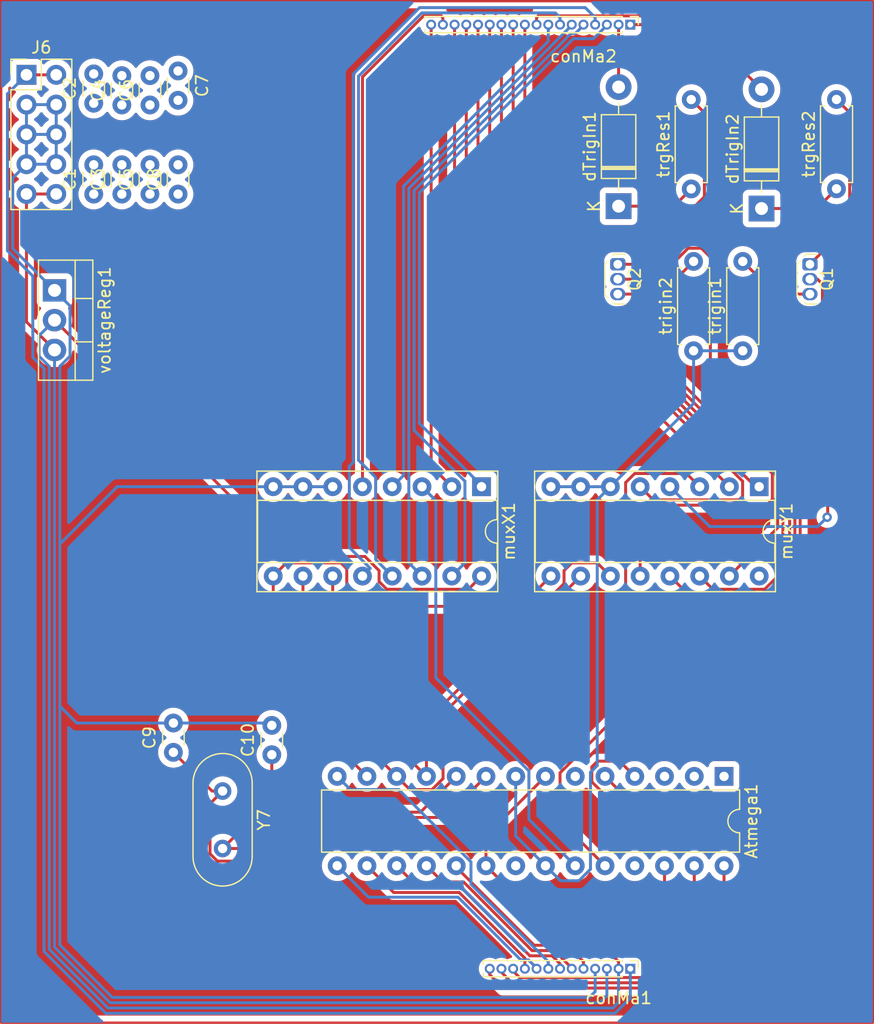
<source format=kicad_pcb>
(kicad_pcb (version 20211014) (generator pcbnew)
  (layers (0 "F.Cu" signal) (31 "B.Cu" signal) (34 "B.Paste" user) (35 "F.Paste" user) (36 "B.SilkS" user "B.Silkscreen") (37 "F.SilkS" user "F.Silkscreen") (38 "B.Mask" user) (39 "F.Mask" user) (44 "Edge.Cuts" user))
  (net 0 "")
  (footprint "Capacitor_THT:C_Disc_D3.0mm_W1.6mm_P2.50mm" (layer "F.Cu") (at 108 68.85 90)
    (fp_text reference "C8" (at 1.25 -2.05 90) (layer "F.SilkS"))
    (fp_text value "10u")
    (pad "1" thru_hole circle (at 0 0 90) (size 1.6 1.6) (drill 0.8) (layers *.Cu *.Mask))
    (pad "2" thru_hole circle (at 2.5 0 90) (size 1.6 1.6) (drill 0.8) (layers *.Cu *.Mask))
  )
  (footprint "Package_TO_SOT_THT:TO-92Flat" (layer "F.Cu") (at 145.53 74.835 -90)
    (fp_text reference "Q2" (at 1.27 -1.45 90) (layer "F.SilkS"))
    (fp_text value "Q_NPN_BCE")
    (pad "1" thru_hole roundrect (at 0 0 270) (size 1.05 1.3) (drill 0.75) (layers *.Cu *.Mask) (roundrect_rratio 0.238))
    (pad "2" thru_hole oval (at 1.27 0 270) (size 1.05 1.3) (drill 0.75) (layers *.Cu *.Mask))
    (pad "3" thru_hole oval (at 2.54 0 270) (size 1.05 1.3) (drill 0.75) (layers *.Cu *.Mask))
  )
  (footprint "Package_DIP:DIP-16_W7.62mm_Socket" (layer "F.Cu") (at 133.9 93.8 -90)
    (fp_text reference "muxX1" (at 3.81 -2.33 90) (layer "F.SilkS"))
    (fp_text value "74HC4051")
    (pad "1" thru_hole rect (at 0 0 270) (size 1.6 1.6) (drill 0.8) (layers *.Cu *.Mask))
    (pad "2" thru_hole oval (at 0 2.54 270) (size 1.6 1.6) (drill 0.8) (layers *.Cu *.Mask))
    (pad "3" thru_hole oval (at 0 5.08 270) (size 1.6 1.6) (drill 0.8) (layers *.Cu *.Mask))
    (pad "4" thru_hole oval (at 0 7.62 270) (size 1.6 1.6) (drill 0.8) (layers *.Cu *.Mask))
    (pad "5" thru_hole oval (at 0 10.16 270) (size 1.6 1.6) (drill 0.8) (layers *.Cu *.Mask))
    (pad "6" thru_hole oval (at 0 12.7 270) (size 1.6 1.6) (drill 0.8) (layers *.Cu *.Mask))
    (pad "7" thru_hole oval (at 0 15.24 270) (size 1.6 1.6) (drill 0.8) (layers *.Cu *.Mask))
    (pad "8" thru_hole oval (at 0 17.78 270) (size 1.6 1.6) (drill 0.8) (layers *.Cu *.Mask))
    (pad "9" thru_hole oval (at 7.62 17.78 270) (size 1.6 1.6) (drill 0.8) (layers *.Cu *.Mask))
    (pad "10" thru_hole oval (at 7.62 15.24 270) (size 1.6 1.6) (drill 0.8) (layers *.Cu *.Mask))
    (pad "11" thru_hole oval (at 7.62 12.7 270) (size 1.6 1.6) (drill 0.8) (layers *.Cu *.Mask))
    (pad "12" thru_hole oval (at 7.62 10.16 270) (size 1.6 1.6) (drill 0.8) (layers *.Cu *.Mask))
    (pad "13" thru_hole oval (at 7.62 7.62 270) (size 1.6 1.6) (drill 0.8) (layers *.Cu *.Mask))
    (pad "14" thru_hole oval (at 7.62 5.08 270) (size 1.6 1.6) (drill 0.8) (layers *.Cu *.Mask))
    (pad "15" thru_hole oval (at 7.62 2.54 270) (size 1.6 1.6) (drill 0.8) (layers *.Cu *.Mask))
    (pad "16" thru_hole oval (at 7.62 0 270) (size 1.6 1.6) (drill 0.8) (layers *.Cu *.Mask))
  )
  (footprint "Capacitor_THT:C_Disc_D3.0mm_W1.6mm_P2.50mm" (layer "F.Cu") (at 105.6 61.25 90)
    (fp_text reference "C6" (at 1.25 -2.05 90) (layer "F.SilkS"))
    (fp_text value ".1u")
    (pad "1" thru_hole circle (at 0 0 90) (size 1.6 1.6) (drill 0.8) (layers *.Cu *.Mask))
    (pad "2" thru_hole circle (at 2.5 0 90) (size 1.6 1.6) (drill 0.8) (layers *.Cu *.Mask))
  )
  (footprint "Capacitor_THT:C_Disc_D3.0mm_W1.6mm_P2.50mm" (layer "F.Cu") (at 107.6 116.45 90)
    (fp_text reference "C9" (at 1.25 -2.05 90) (layer "F.SilkS"))
    (fp_text value "22pf")
    (pad "1" thru_hole circle (at 0 0 90) (size 1.6 1.6) (drill 0.8) (layers *.Cu *.Mask))
    (pad "2" thru_hole circle (at 2.5 0 90) (size 1.6 1.6) (drill 0.8) (layers *.Cu *.Mask))
  )
  (footprint "Capacitor_THT:C_Disc_D3.0mm_W1.6mm_P2.50mm" (layer "F.Cu") (at 100.8 61.1 90)
    (fp_text reference "C2" (at 1.25 -2.05 90) (layer "F.SilkS"))
    (fp_text value ".1u")
    (pad "1" thru_hole circle (at 0 0 90) (size 1.6 1.6) (drill 0.8) (layers *.Cu *.Mask))
    (pad "2" thru_hole circle (at 2.5 0 90) (size 1.6 1.6) (drill 0.8) (layers *.Cu *.Mask))
  )
  (footprint "Package_DIP:DIP-28_W7.62mm" (layer "F.Cu") (at 154.6 118.5 -90)
    (fp_text reference "Atmega1" (at 3.81 -2.33 90) (layer "F.SilkS"))
    (fp_text value "ATmega328-P")
    (pad "1" thru_hole rect (at 0 0 270) (size 1.6 1.6) (drill 0.8) (layers *.Cu *.Mask))
    (pad "2" thru_hole oval (at 0 2.54 270) (size 1.6 1.6) (drill 0.8) (layers *.Cu *.Mask))
    (pad "3" thru_hole oval (at 0 5.08 270) (size 1.6 1.6) (drill 0.8) (layers *.Cu *.Mask))
    (pad "4" thru_hole oval (at 0 7.62 270) (size 1.6 1.6) (drill 0.8) (layers *.Cu *.Mask))
    (pad "5" thru_hole oval (at 0 10.16 270) (size 1.6 1.6) (drill 0.8) (layers *.Cu *.Mask))
    (pad "6" thru_hole oval (at 0 12.7 270) (size 1.6 1.6) (drill 0.8) (layers *.Cu *.Mask))
    (pad "7" thru_hole oval (at 0 15.24 270) (size 1.6 1.6) (drill 0.8) (layers *.Cu *.Mask))
    (pad "8" thru_hole oval (at 0 17.78 270) (size 1.6 1.6) (drill 0.8) (layers *.Cu *.Mask))
    (pad "9" thru_hole oval (at 0 20.32 270) (size 1.6 1.6) (drill 0.8) (layers *.Cu *.Mask))
    (pad "10" thru_hole oval (at 0 22.86 270) (size 1.6 1.6) (drill 0.8) (layers *.Cu *.Mask))
    (pad "11" thru_hole oval (at 0 25.4 270) (size 1.6 1.6) (drill 0.8) (layers *.Cu *.Mask))
    (pad "12" thru_hole oval (at 0 27.94 270) (size 1.6 1.6) (drill 0.8) (layers *.Cu *.Mask))
    (pad "13" thru_hole oval (at 0 30.48 270) (size 1.6 1.6) (drill 0.8) (layers *.Cu *.Mask))
    (pad "14" thru_hole oval (at 0 33.02 270) (size 1.6 1.6) (drill 0.8) (layers *.Cu *.Mask))
    (pad "15" thru_hole oval (at 7.62 33.02 270) (size 1.6 1.6) (drill 0.8) (layers *.Cu *.Mask))
    (pad "16" thru_hole oval (at 7.62 30.48 270) (size 1.6 1.6) (drill 0.8) (layers *.Cu *.Mask))
    (pad "17" thru_hole oval (at 7.62 27.94 270) (size 1.6 1.6) (drill 0.8) (layers *.Cu *.Mask))
    (pad "18" thru_hole oval (at 7.62 25.4 270) (size 1.6 1.6) (drill 0.8) (layers *.Cu *.Mask))
    (pad "19" thru_hole oval (at 7.62 22.86 270) (size 1.6 1.6) (drill 0.8) (layers *.Cu *.Mask))
    (pad "20" thru_hole oval (at 7.62 20.32 270) (size 1.6 1.6) (drill 0.8) (layers *.Cu *.Mask))
    (pad "21" thru_hole oval (at 7.62 17.78 270) (size 1.6 1.6) (drill 0.8) (layers *.Cu *.Mask))
    (pad "22" thru_hole oval (at 7.62 15.24 270) (size 1.6 1.6) (drill 0.8) (layers *.Cu *.Mask))
    (pad "23" thru_hole oval (at 7.62 12.7 270) (size 1.6 1.6) (drill 0.8) (layers *.Cu *.Mask))
    (pad "24" thru_hole oval (at 7.62 10.16 270) (size 1.6 1.6) (drill 0.8) (layers *.Cu *.Mask))
    (pad "25" thru_hole oval (at 7.62 7.62 270) (size 1.6 1.6) (drill 0.8) (layers *.Cu *.Mask))
    (pad "26" thru_hole oval (at 7.62 5.08 270) (size 1.6 1.6) (drill 0.8) (layers *.Cu *.Mask))
    (pad "27" thru_hole oval (at 7.62 2.54 270) (size 1.6 1.6) (drill 0.8) (layers *.Cu *.Mask))
    (pad "28" thru_hole oval (at 7.62 0 270) (size 1.6 1.6) (drill 0.8) (layers *.Cu *.Mask))
  )
  (footprint "Resistor_THT:R_Axial_DIN0207_L6.3mm_D2.5mm_P7.62mm_Horizontal" (layer "F.Cu") (at 151.8 68.41 90)
    (fp_text reference "trgRes1" (at 3.81 -2.37 90) (layer "F.SilkS"))
    (fp_text value "10k")
    (pad "1" thru_hole circle (at 0 0 90) (size 1.6 1.6) (drill 0.8) (layers *.Cu *.Mask))
    (pad "2" thru_hole oval (at 7.62 0 90) (size 1.6 1.6) (drill 0.8) (layers *.Cu *.Mask))
  )
  (footprint "Capacitor_THT:C_Disc_D3.0mm_W1.6mm_P2.50mm" (layer "F.Cu") (at 100.8 68.85 90)
    (fp_text reference "C1" (at 1.25 -2.05 90) (layer "F.SilkS"))
    (fp_text value ".1u")
    (pad "1" thru_hole circle (at 0 0 90) (size 1.6 1.6) (drill 0.8) (layers *.Cu *.Mask))
    (pad "2" thru_hole circle (at 2.5 0 90) (size 1.6 1.6) (drill 0.8) (layers *.Cu *.Mask))
  )
  (footprint "Package_TO_SOT_THT:TO-220-3_Vertical" (layer "F.Cu") (at 97.455 77.06 -90)
    (fp_text reference "voltageReg1" (at 2.54 -4.27 90) (layer "F.SilkS"))
    (fp_text value "LM1084-3.3")
    (pad "1" thru_hole rect (at 0 0 270) (size 1.905 2) (drill 1.1) (layers *.Cu *.Mask))
    (pad "2" thru_hole oval (at 2.54 0 270) (size 1.905 2) (drill 1.1) (layers *.Cu *.Mask))
    (pad "3" thru_hole oval (at 5.08 0 270) (size 1.905 2) (drill 1.1) (layers *.Cu *.Mask))
  )
  (footprint "Capacitor_THT:C_Disc_D3.0mm_W1.6mm_P2.50mm" (layer "F.Cu") (at 108 58.35 -90)
    (fp_text reference "C7" (at 1.25 -2.05 90) (layer "F.SilkS"))
    (fp_text value "10u")
    (pad "1" thru_hole circle (at 0 0 270) (size 1.6 1.6) (drill 0.8) (layers *.Cu *.Mask))
    (pad "2" thru_hole circle (at 2.5 0 270) (size 1.6 1.6) (drill 0.8) (layers *.Cu *.Mask))
  )
  (footprint "Capacitor_THT:C_Disc_D3.0mm_W1.6mm_P2.50mm" (layer "F.Cu") (at 103.2 68.85 90)
    (fp_text reference "C3" (at 1.25 -2.05 90) (layer "F.SilkS"))
    (fp_text value ".1u")
    (pad "1" thru_hole circle (at 0 0 90) (size 1.6 1.6) (drill 0.8) (layers *.Cu *.Mask))
    (pad "2" thru_hole circle (at 2.5 0 90) (size 1.6 1.6) (drill 0.8) (layers *.Cu *.Mask))
  )
  (footprint "Connector_PinHeader_2.54mm:PinHeader_2x05_P2.54mm_Vertical" (layer "F.Cu") (at 95.06 58.68)
    (fp_text reference "J6" (at 1.27 -2.33) (layer "F.SilkS"))
    (fp_text value "Power")
    (pad "1" thru_hole rect (at 0 0) (size 1.7 1.7) (drill 1) (layers *.Cu *.Mask))
    (pad "2" thru_hole oval (at 2.54 0) (size 1.7 1.7) (drill 1) (layers *.Cu *.Mask))
    (pad "3" thru_hole oval (at 0 2.54) (size 1.7 1.7) (drill 1) (layers *.Cu *.Mask))
    (pad "4" thru_hole oval (at 2.54 2.54) (size 1.7 1.7) (drill 1) (layers *.Cu *.Mask))
    (pad "5" thru_hole oval (at 0 5.08) (size 1.7 1.7) (drill 1) (layers *.Cu *.Mask))
    (pad "6" thru_hole oval (at 2.54 5.08) (size 1.7 1.7) (drill 1) (layers *.Cu *.Mask))
    (pad "7" thru_hole oval (at 0 7.62) (size 1.7 1.7) (drill 1) (layers *.Cu *.Mask))
    (pad "8" thru_hole oval (at 2.54 7.62) (size 1.7 1.7) (drill 1) (layers *.Cu *.Mask))
    (pad "9" thru_hole oval (at 0 10.16) (size 1.7 1.7) (drill 1) (layers *.Cu *.Mask))
    (pad "10" thru_hole oval (at 2.54 10.16) (size 1.7 1.7) (drill 1) (layers *.Cu *.Mask))
  )
  (footprint "Resistor_THT:R_Axial_DIN0207_L6.3mm_D2.5mm_P7.62mm_Horizontal" (layer "F.Cu") (at 164.2 68.4 90)
    (fp_text reference "trgRes2" (at 3.81 -2.37 90) (layer "F.SilkS"))
    (fp_text value "10k")
    (pad "1" thru_hole circle (at 0 0 90) (size 1.6 1.6) (drill 0.8) (layers *.Cu *.Mask))
    (pad "2" thru_hole oval (at 7.62 0 90) (size 1.6 1.6) (drill 0.8) (layers *.Cu *.Mask))
  )
  (footprint "Resistor_THT:R_Axial_DIN0207_L6.3mm_D2.5mm_P7.62mm_Horizontal" (layer "F.Cu") (at 156.2 82.21 90)
    (fp_text reference "trigin1" (at 3.81 -2.37 90) (layer "F.SilkS"))
    (fp_text value "10k")
    (pad "1" thru_hole circle (at 0 0 90) (size 1.6 1.6) (drill 0.8) (layers *.Cu *.Mask))
    (pad "2" thru_hole oval (at 7.62 0 90) (size 1.6 1.6) (drill 0.8) (layers *.Cu *.Mask))
  )
  (footprint "Capacitor_THT:C_Disc_D3.0mm_W1.6mm_P2.50mm" (layer "F.Cu") (at 105.6 68.85 90)
    (fp_text reference "C5" (at 1.25 -2.05 90) (layer "F.SilkS"))
    (fp_text value ".1u")
    (pad "1" thru_hole circle (at 0 0 90) (size 1.6 1.6) (drill 0.8) (layers *.Cu *.Mask))
    (pad "2" thru_hole circle (at 2.5 0 90) (size 1.6 1.6) (drill 0.8) (layers *.Cu *.Mask))
  )
  (footprint "Diode_THT:D_DO-41_SOD81_P10.16mm_Horizontal" (layer "F.Cu") (at 157.8 70.08 90)
    (fp_text reference "dTrigIn2" (at 5.08 -2.47 90) (layer "F.SilkS"))
    (fp_text value "1N4001")
    (fp_text user "K" (at 0 -2.1 90) (layer "F.SilkS"))
    (pad "1" thru_hole rect (at 0 0 90) (size 2.2 2.2) (drill 1.1) (layers *.Cu *.Mask))
    (pad "2" thru_hole oval (at 10.16 0 90) (size 2.2 2.2) (drill 1.1) (layers *.Cu *.Mask))
  )
  (footprint "Resistor_THT:R_Axial_DIN0207_L6.3mm_D2.5mm_P7.62mm_Horizontal" (layer "F.Cu") (at 152 82.21 90)
    (fp_text reference "trigin2" (at 3.81 -2.37 90) (layer "F.SilkS"))
    (fp_text value "10k")
    (pad "1" thru_hole circle (at 0 0 90) (size 1.6 1.6) (drill 0.8) (layers *.Cu *.Mask))
    (pad "2" thru_hole oval (at 7.62 0 90) (size 1.6 1.6) (drill 0.8) (layers *.Cu *.Mask))
  )
  (footprint "Capacitor_THT:C_Disc_D3.0mm_W1.6mm_P2.50mm" (layer "F.Cu") (at 116 116.65 90)
    (fp_text reference "C10" (at 1.25 -2.05 90) (layer "F.SilkS"))
    (fp_text value "22pf")
    (pad "1" thru_hole circle (at 0 0 90) (size 1.6 1.6) (drill 0.8) (layers *.Cu *.Mask))
    (pad "2" thru_hole circle (at 2.5 0 90) (size 1.6 1.6) (drill 0.8) (layers *.Cu *.Mask))
  )
  (footprint "Capacitor_THT:C_Disc_D3.0mm_W1.6mm_P2.50mm" (layer "F.Cu") (at 103.2 61.25 90)
    (fp_text reference "C4" (at 1.25 -2.05 90) (layer "F.SilkS"))
    (fp_text value ".1u")
    (pad "1" thru_hole circle (at 0 0 90) (size 1.6 1.6) (drill 0.8) (layers *.Cu *.Mask))
    (pad "2" thru_hole circle (at 2.5 0 90) (size 1.6 1.6) (drill 0.8) (layers *.Cu *.Mask))
  )
  (footprint "Connector_PinHeader_1.00mm:PinHeader_1x13_P1.00mm_Vertical" (layer "F.Cu") (at 146.6 134.9 -90)
    (fp_text reference "conMa1" (at 2.5 1) (layer "F.SilkS"))
    (fp_text value "Conn_01x13_Male")
    (pad "1" thru_hole rect (at 0 0 270) (size 0.85 0.85) (drill 0.5) (layers *.Cu *.Mask))
    (pad "2" thru_hole oval (at 0 1 270) (size 0.85 0.85) (drill 0.5) (layers *.Cu *.Mask))
    (pad "3" thru_hole oval (at 0 2 270) (size 0.85 0.85) (drill 0.5) (layers *.Cu *.Mask))
    (pad "4" thru_hole oval (at 0 3 270) (size 0.85 0.85) (drill 0.5) (layers *.Cu *.Mask))
    (pad "5" thru_hole oval (at 0 4 270) (size 0.85 0.85) (drill 0.5) (layers *.Cu *.Mask))
    (pad "6" thru_hole oval (at 0 5 270) (size 0.85 0.85) (drill 0.5) (layers *.Cu *.Mask))
    (pad "7" thru_hole oval (at 0 6 270) (size 0.85 0.85) (drill 0.5) (layers *.Cu *.Mask))
    (pad "8" thru_hole oval (at 0 7 270) (size 0.85 0.85) (drill 0.5) (layers *.Cu *.Mask))
    (pad "9" thru_hole oval (at 0 8 270) (size 0.85 0.85) (drill 0.5) (layers *.Cu *.Mask))
    (pad "10" thru_hole oval (at 0 9 270) (size 0.85 0.85) (drill 0.5) (layers *.Cu *.Mask))
    (pad "11" thru_hole oval (at 0 10 270) (size 0.85 0.85) (drill 0.5) (layers *.Cu *.Mask))
    (pad "12" thru_hole oval (at 0 11 270) (size 0.85 0.85) (drill 0.5) (layers *.Cu *.Mask))
    (pad "13" thru_hole oval (at 0 12 270) (size 0.85 0.85) (drill 0.5) (layers *.Cu *.Mask))
  )
  (footprint "Package_DIP:DIP-16_W7.62mm_Socket" (layer "F.Cu") (at 157.6 93.8 -90)
    (fp_text reference "muxY1" (at 3.81 -2.33 90) (layer "F.SilkS"))
    (fp_text value "74HC4051")
    (pad "1" thru_hole rect (at 0 0 270) (size 1.6 1.6) (drill 0.8) (layers *.Cu *.Mask))
    (pad "2" thru_hole oval (at 0 2.54 270) (size 1.6 1.6) (drill 0.8) (layers *.Cu *.Mask))
    (pad "3" thru_hole oval (at 0 5.08 270) (size 1.6 1.6) (drill 0.8) (layers *.Cu *.Mask))
    (pad "4" thru_hole oval (at 0 7.62 270) (size 1.6 1.6) (drill 0.8) (layers *.Cu *.Mask))
    (pad "5" thru_hole oval (at 0 10.16 270) (size 1.6 1.6) (drill 0.8) (layers *.Cu *.Mask))
    (pad "6" thru_hole oval (at 0 12.7 270) (size 1.6 1.6) (drill 0.8) (layers *.Cu *.Mask))
    (pad "7" thru_hole oval (at 0 15.24 270) (size 1.6 1.6) (drill 0.8) (layers *.Cu *.Mask))
    (pad "8" thru_hole oval (at 0 17.78 270) (size 1.6 1.6) (drill 0.8) (layers *.Cu *.Mask))
    (pad "9" thru_hole oval (at 7.62 17.78 270) (size 1.6 1.6) (drill 0.8) (layers *.Cu *.Mask))
    (pad "10" thru_hole oval (at 7.62 15.24 270) (size 1.6 1.6) (drill 0.8) (layers *.Cu *.Mask))
    (pad "11" thru_hole oval (at 7.62 12.7 270) (size 1.6 1.6) (drill 0.8) (layers *.Cu *.Mask))
    (pad "12" thru_hole oval (at 7.62 10.16 270) (size 1.6 1.6) (drill 0.8) (layers *.Cu *.Mask))
    (pad "13" thru_hole oval (at 7.62 7.62 270) (size 1.6 1.6) (drill 0.8) (layers *.Cu *.Mask))
    (pad "14" thru_hole oval (at 7.62 5.08 270) (size 1.6 1.6) (drill 0.8) (layers *.Cu *.Mask))
    (pad "15" thru_hole oval (at 7.62 2.54 270) (size 1.6 1.6) (drill 0.8) (layers *.Cu *.Mask))
    (pad "16" thru_hole oval (at 7.62 0 270) (size 1.6 1.6) (drill 0.8) (layers *.Cu *.Mask))
  )
  (footprint "Crystal:Crystal_HC18-U_Vertical" (layer "F.Cu") (at 111.8 119.75 -90)
    (fp_text reference "Y7" (at 2.45 -3.525 90) (layer "F.SilkS"))
    (fp_text value "Crystal")
    (pad "1" thru_hole circle (at 0 0 270) (size 1.5 1.5) (drill 0.8) (layers *.Cu *.Mask))
    (pad "2" thru_hole circle (at 4.9 0 270) (size 1.5 1.5) (drill 0.8) (layers *.Cu *.Mask))
  )
  (footprint "Diode_THT:D_DO-41_SOD81_P10.16mm_Horizontal" (layer "F.Cu") (at 145.6 69.88 90)
    (fp_text reference "dTrigIn1" (at 5.08 -2.47 90) (layer "F.SilkS"))
    (fp_text value "1N4001")
    (fp_text user "K" (at 0 -2.1 90) (layer "F.SilkS"))
    (pad "1" thru_hole rect (at 0 0 90) (size 2.2 2.2) (drill 1.1) (layers *.Cu *.Mask))
    (pad "2" thru_hole oval (at 10.16 0 90) (size 2.2 2.2) (drill 1.1) (layers *.Cu *.Mask))
  )
  (footprint "Connector_PinHeader_1.00mm:PinHeader_1x18_P1.00mm_Vertical" (layer "F.Cu") (at 146.6 54.4 -90)
    (fp_text reference "conMa2" (at 2.7 4 180) (layer "F.SilkS"))
    (fp_text value "Conn_01x18_Male")
    (pad "1" thru_hole rect (at 0 0 270) (size 0.85 0.85) (drill 0.5) (layers *.Cu *.Mask))
    (pad "2" thru_hole oval (at 0 1 270) (size 0.85 0.85) (drill 0.5) (layers *.Cu *.Mask))
    (pad "3" thru_hole oval (at 0 2 270) (size 0.85 0.85) (drill 0.5) (layers *.Cu *.Mask))
    (pad "4" thru_hole oval (at 0 3 270) (size 0.85 0.85) (drill 0.5) (layers *.Cu *.Mask))
    (pad "5" thru_hole oval (at 0 4 270) (size 0.85 0.85) (drill 0.5) (layers *.Cu *.Mask))
    (pad "6" thru_hole oval (at 0 5 270) (size 0.85 0.85) (drill 0.5) (layers *.Cu *.Mask))
    (pad "7" thru_hole oval (at 0 6 270) (size 0.85 0.85) (drill 0.5) (layers *.Cu *.Mask))
    (pad "8" thru_hole oval (at 0 7 270) (size 0.85 0.85) (drill 0.5) (layers *.Cu *.Mask))
    (pad "9" thru_hole oval (at 0 8 270) (size 0.85 0.85) (drill 0.5) (layers *.Cu *.Mask))
    (pad "10" thru_hole oval (at 0 9 270) (size 0.85 0.85) (drill 0.5) (layers *.Cu *.Mask))
    (pad "11" thru_hole oval (at 0 10 270) (size 0.85 0.85) (drill 0.5) (layers *.Cu *.Mask))
    (pad "12" thru_hole oval (at 0 11 270) (size 0.85 0.85) (drill 0.5) (layers *.Cu *.Mask))
    (pad "13" thru_hole oval (at 0 12 270) (size 0.85 0.85) (drill 0.5) (layers *.Cu *.Mask))
    (pad "14" thru_hole oval (at 0 13 270) (size 0.85 0.85) (drill 0.5) (layers *.Cu *.Mask))
    (pad "15" thru_hole oval (at 0 14 270) (size 0.85 0.85) (drill 0.5) (layers *.Cu *.Mask))
    (pad "16" thru_hole oval (at 0 15 270) (size 0.85 0.85) (drill 0.5) (layers *.Cu *.Mask))
    (pad "17" thru_hole oval (at 0 16 270) (size 0.85 0.85) (drill 0.5) (layers *.Cu *.Mask))
    (pad "18" thru_hole oval (at 0 17 270) (size 0.85 0.85) (drill 0.5) (layers *.Cu *.Mask))
  )
  (footprint "Package_TO_SOT_THT:TO-92Flat" (layer "F.Cu") (at 161.93 74.835 -90)
    (fp_text reference "Q1" (at 1.27 -1.45 90) (layer "F.SilkS"))
    (fp_text value "Q_NPN_BCE")
    (pad "1" thru_hole roundrect (at 0 0 270) (size 1.05 1.3) (drill 0.75) (layers *.Cu *.Mask) (roundrect_rratio 0.238))
    (pad "2" thru_hole oval (at 1.27 0 270) (size 1.05 1.3) (drill 0.75) (layers *.Cu *.Mask))
    (pad "3" thru_hole oval (at 2.54 0 270) (size 1.05 1.3) (drill 0.75) (layers *.Cu *.Mask))
  )
  (gr_rect (start 92.9 52.4) (end 167.3 139.5) (layer "F.Cu") (width 0.2) (fill none))
  (segment (start 149.52 126.12) (end 149.52 134.58) (width 0.25) (layer "F.Cu") (net 0))
  (segment (start 117.835718 122) (end 130.78 122) (width 0.25) (layer "F.Cu") (net 0))
  (segment (start 137.6 134.007154) (end 137.6 134.9) (width 0.25) (layer "F.Cu") (net 0))
  (segment (start 156.371257 92.24952) (end 158.298541 92.24952) (width 0.25) (layer "F.Cu") (net 0))
  (segment (start 163 90.89904) (end 161.09904 92.8) (width 0.25) (layer "F.Cu") (net 0))
  (segment (start 118.66 110.5) (end 126.66 118.5) (width 0.25) (layer "F.Cu") (net 0))
  (segment (start 152.924511 61.914511) (end 152.924511 69.075489) (width 0.25) (layer "F.Cu") (net 0))
  (segment (start 146.2 93.4497) (end 146.2 112.6) (width 0.25) (layer "F.Cu") (net 0))
  (segment (start 143.8 117.2) (end 145.68 117.2) (width 0.25) (layer "F.Cu") (net 0))
  (segment (start 149.215 77.375) (end 152 74.59) (width 0.25) (layer "F.Cu") (net 0))
  (segment (start 132.775489 102.544511) (end 133.9 101.42) (width 0.25) (layer "F.Cu") (net 0))
  (segment (start 137.149511 135.649511) (end 136.6 135.1) (width 0.25) (layer "F.Cu") (net 0))
  (segment (start 159.623551 100.986749) (end 159.623551 92.303094) (width 0.25) (layer "F.Cu") (net 0))
  (segment (start 136.6 135.1) (end 136.6 134.9) (width 0.25) (layer "F.Cu") (net 0))
  (segment (start 140.6 134.475748) (end 140.6 134.9) (width 0.25) (layer "F.Cu") (net 0))
  (segment (start 140.53 132.37) (end 143.67104 132.37) (width 0.25) (layer "F.Cu") (net 0))
  (segment (start 117.649521 121.55048) (end 128.68952 121.55048) (width 0.25) (layer "F.Cu") (net 0))
  (segment (start 142.6 134.29896) (end 141.20104 132.9) (width 0.25) (layer "F.Cu") (net 0))
  (segment (start 140.10949 133.34952) (end 141.6 134.84003) (width 0.25) (layer "F.Cu") (net 0))
  (segment (start 152.06 132.675718) (end 148.636686 136.099031) (width 0.25) (layer "F.Cu") (net 0))
  (segment (start 154.6 130.771436) (end 148.822883 136.548551) (width 0.25) (layer "F.Cu") (net 0))
  (segment (start 134.28 123.58) (end 139.36 118.5) (width 0.25) (layer "F.Cu") (net 0))
  (segment (start 117.60548 99.75048) (end 123.951758 99.75048) (width 0.25) (layer "F.Cu") (net 0))
  (segment (start 158.724511 94.875489) (end 158.225969 95.374031) (width 0.25) (layer "F.Cu") (net 0))
  (segment (start 128.949511 53.650489) (end 123.74 58.86) (width 0.25) (layer "F.Cu") (net 0))
  (segment (start 159.623551 92.303094) (end 159.360228 92.039772) (width 0.25) (layer "F.Cu") (net 0))
  (segment (start 97.455 79.6) (end 117.60548 99.75048) (width 0.25) (layer "F.Cu") (net 0))
  (segment (start 151.534211 73.465489) (end 152.665489 73.465489) (width 0.25) (layer "F.Cu") (net 0))
  (segment (start 110.9 119.75) (end 111.8 119.75) (width 0.25) (layer "F.Cu") (net 0))
  (segment (start 114.111207 125.724511) (end 117.835718 122) (width 0.25) (layer "F.Cu") (net 0))
  (segment (start 135.6 135.2) (end 135.6 134.9) (width 0.25) (layer "F.Cu") (net 0))
  (segment (start 129.2 113.8) (end 129.2 118.5) (width 0.25) (layer "F.Cu") (net 0))
  (segment (start 125.155489 101.885789) (end 125.814211 102.544511) (width 0.25) (layer "F.Cu") (net 0))
  (segment (start 131.6 54.4) (end 131.6 70.34) (width 0.25) (layer "F.Cu") (net 0))
  (segment (start 143.775489 100.295489) (end 141.603233 100.295489) (width 0.25) (layer "F.Cu") (net 0))
  (segment (start 116 120.45) (end 111.8 124.65) (width 0.25) (layer "F.Cu") (net 0))
  (segment (start 129.676449 119.624511) (end 127.784511 119.624511) (width 0.25) (layer "F.Cu") (net 0))
  (segment (start 130.615489 113.164511) (end 130.615489 118.685471) (width 0.25) (layer "F.Cu") (net 0))
  (segment (start 151.395489 92.675489) (end 146.974211 92.675489) (width 0.25) (layer "F.Cu") (net 0))
  (segment (start 149 95.374031) (end 147.44 96.934031) (width 0.25) (layer "F.Cu") (net 0))
  (segment (start 148.14 122.2) (end 144.44 118.5) (width 0.25) (layer "F.Cu") (net 0))
  (segment (start 152.28 54.4) (end 157.8 59.92) (width 0.25) (layer "F.Cu") (net 0))
  (segment (start 116 116.65) (end 116 120.45) (width 0.25) (layer "F.Cu") (net 0))
  (segment (start 134.6 135.4) (end 134.6 134.9) (width 0.25) (layer "F.Cu") (net 0))
  (segment (start 122.4 100.8) (end 121.895489 100.295489) (width 0.25) (layer "F.Cu") (net 0))
  (segment (start 133.6 70.113982) (end 157.286018 93.8) (width 0.25) (layer "F.Cu") (net 0))
  (segment (start 114.55 124.65) (end 117.649521 121.55048) (width 0.25) (layer "F.Cu") (net 0))
  (segment (start 128.68952 121.55048) (end 131.74 118.5) (width 0.25) (layer "F.Cu") (net 0))
  (segment (start 152.52 93.8) (end 151.395489 92.675489) (width 0.25) (layer "F.Cu") (net 0))
  (segment (start 160.64952 92.057629) (end 160.64952 117.35048) (width 0.25) (layer "F.Cu") (net 0))
  (segment (start 158.484739 91.8) (end 159.174031 92.489292) (width 0.25) (layer "F.Cu") (net 0))
  (segment (start 117.244511 100.295489) (end 116.12 101.42) (width 0.25) (layer "F.Cu") (net 0))
  (segment (start 135.748551 136.548551) (end 134.6 135.4) (width 0.25) (layer "F.Cu") (net 0))
  (segment (start 156.743652 91.35048) (end 136.6 71.206828) (width 0.25) (layer "F.Cu") (net 0))
  (segment (start 130.78 122) (end 134.28 118.5) (width 0.25) (layer "F.Cu") (net 0))
  (segment (start 147.165 74.835) (end 145.53 74.835) (width 0.25) (layer "F.Cu") (net 0))
  (segment (start 132.6 69.7497) (end 156.184511 93.334211) (width 0.25) (layer "F.Cu") (net 0))
  (segment (start 158.985 77.375) (end 156.2 74.59) (width 0.25) (layer "F.Cu") (net 0))
  (segment (start 121.2 101.42) (end 121.2 110.5) (width 0.25) (layer "F.Cu") (net 0))
  (segment (start 140.6 122.28) (end 144.44 126.12) (width 0.25) (layer "F.Cu") (net 0))
  (segment (start 95.06 68.84) (end 97.6 68.84) (width 0.25) (layer "F.Cu") (net 0))
  (segment (start 132.178084 127.94952) (end 138.027605 133.79904) (width 0.25) (layer "F.Cu") (net 0))
  (segment (start 141.6 134.84003) (end 141.6 134.9) (width 0.25) (layer "F.Cu") (net 0))
  (segment (start 151.554031 102.994031) (end 158.405969 102.994031) (width 0.25) (layer "F.Cu") (net 0))
  (segment (start 121.2 110.5) (end 129.2 118.5) (width 0.25) (layer "F.Cu") (net 0))
  (segment (start 146.6 54.4) (end 152.28 54.4) (width 0.25) (layer "F.Cu") (net 0))
  (segment (start 137.24 104) (end 123 104) (width 0.25) (layer "F.Cu") (net 0))
  (segment (start 122.4 103.4) (end 122.4 100.8) (width 0.25) (layer "F.Cu") (net 0))
  (segment (start 131.6 70.34) (end 155.06 93.8) (width 0.25) (layer "F.Cu") (net 0))
  (segment (start 111.8 124.65) (end 114.55 124.65) (width 0.25) (layer "F.Cu") (net 0))
  (segment (start 160.2 101.2) (end 160.2 92.243826) (width 0.25) (layer "F.Cu") (net 0))
  (segment (start 158.225969 95.374031) (end 149 95.374031) (width 0.25) (layer "F.Cu") (net 0))
  (segment (start 145.53 77.375) (end 149.215 77.375) (width 0.25) (layer "F.Cu") (net 0))
  (segment (start 125.814211 102.544511) (end 132.775489 102.544511) (width 0.25) (layer "F.Cu") (net 0))
  (segment (start 161.250489 53.650489) (end 165.8 58.2) (width 0.25) (layer "F.Cu") (net 0))
  (segment (start 162.58 76.105) (end 163 76.525) (width 0.25) (layer "F.Cu") (net 0))
  (segment (start 107.6 116.45) (end 110.9 119.75) (width 0.25) (layer "F.Cu") (net 0))
  (segment (start 140.6 118.2) (end 140.6 122.28) (width 0.25) (layer "F.Cu") (net 0))
  (segment (start 134.28 126.12) (end 140.53 132.37) (width 0.25) (layer "F.Cu") (net 0))
  (segment (start 111.8 119.75) (end 110.725489 120.824511) (width 0.25) (layer "F.Cu") (net 0))
  (segment (start 123.74 58.86) (end 123.74 93.8) (width 0.25) (layer "F.Cu") (net 0))
  (segment (start 159.174031 92.489292) (end 159.174031 97.305969) (width 0.25) (layer "F.Cu") (net 0))
  (segment (start 163.44952 96.35048) (end 163.4 96.4) (width 0.25) (layer "F.Cu") (net 0))
  (segment (start 155.8 122.2) (end 148.14 122.2) (width 0.25) (layer "F.Cu") (net 0))
  (segment (start 157.286018 93.8) (end 157.6 93.8) (width 0.25) (layer "F.Cu") (net 0))
  (segment (start 161.09904 117.70096) (end 156.15048 122.64952) (width 0.25) (layer "F.Cu") (net 0))
  (segment (start 150.33 69.88) (end 151.8 68.41) (width 0.25) (layer "F.Cu") (net 0))
  (segment (start 116.12 101.42) (end 116.12 110.5) (width 0.25) (layer "F.Cu") (net 0))
  (segment (start 165.8 58.2) (end 165.8 71.600717) (width 0.25) (layer "F.Cu") (net 0))
  (segment (start 128.48952 127.94952) (end 132.178084 127.94952) (width 0.25) (layer "F.Cu") (net 0))
  (segment (start 129.6 92.04) (end 129.6 54.4) (width 0.25) (layer "F.Cu") (net 0))
  (segment (start 145.53 76.105) (end 148.8947 76.105) (width 0.25) (layer "F.Cu") (net 0))
  (segment (start 110.725489 120.824511) (end 110.725489 125.095078) (width 0.25) (layer "F.Cu") (net 0))
  (segment (start 143.315489 118.965789) (end 143.315489 117.684511) (width 0.25) (layer "F.Cu") (net 0))
  (segment (start 140.944511 100.954211) (end 140.944511 102.055489) (width 0.25) (layer "F.Cu") (net 0))
  (segment (start 130.451529 53.650489) (end 128.949511 53.650489) (width 0.25) (layer "F.Cu") (net 0))
  (segment (start 140.944511 102.055489) (end 129.2 113.8) (width 0.25) (layer "F.Cu") (net 0))
  (segment (start 158.857134 90.90096) (end 156.92985 90.90096) (width 0.25) (layer "F.Cu") (net 0))
  (segment (start 130.6 54.4) (end 130.6 53.79896) (width 0.25) (layer "F.Cu") (net 0))
  (segment (start 97.455 82.14) (end 95.06 79.745) (width 0.25) (layer "F.Cu") (net 0))
  (segment (start 132.364282 127.5) (end 138.213802 133.34952) (width 0.25) (layer "F.Cu") (net 0))
  (segment (start 134.6 70.478264) (end 156.371257 92.24952) (width 0.25) (layer "F.Cu") (net 0))
  (segment (start 143.67104 132.37) (end 145.6 134.29896) (width 0.25) (layer "F.Cu") (net 0))
  (segment (start 142.6 134.9) (end 142.6 134.29896) (width 0.25) (layer "F.Cu") (net 0))
  (segment (start 161.09904 92.8) (end 161.09904 117.70096) (width 0.25) (layer "F.Cu") (net 0))
  (segment (start 146.99922 122.64952) (end 143.315489 118.965789) (width 0.25) (layer "F.Cu") (net 0))
  (segment (start 127.784511 119.624511) (end 126.66 118.5) (width 0.25) (layer "F.Cu") (net 0))
  (segment (start 152.665489 73.465489) (end 153.432304 74.232304) (width 0.25) (layer "F.Cu") (net 0))
  (segment (start 156.557454 91.8) (end 158.484739 91.8) (width 0.25) (layer "F.Cu") (net 0))
  (segment (start 153.432304 74.232304) (end 153.432304 86.767696) (width 0.25) (layer "F.Cu") (net 0))
  (segment (start 130.615489 118.685471) (end 129.676449 119.624511) (width 0.25) (layer "F.Cu") (net 0))
  (segment (start 126.39904 128.39904) (end 131.991886 128.39904) (width 0.25) (layer "F.Cu") (net 0))
  (segment (start 147.44 96.934031) (end 147.44 101.42) (width 0.25) (layer "F.Cu") (net 0))
  (segment (start 160.2 92.243826) (end 158.857134 90.90096) (width 0.25) (layer "F.Cu") (net 0))
  (segment (start 162.52 70.08) (end 164.2 68.4) (width 0.25) (layer "F.Cu") (net 0))
  (segment (start 126.66 126.12) (end 128.48952 127.94952) (width 0.25) (layer "F.Cu") (net 0))
  (segment (start 152.52 101.42) (end 153.644511 102.544511) (width 0.25) (layer "F.Cu") (net 0))
  (segment (start 165.324511 61.904511) (end 165.324511 71.440489) (width 0.25) (layer "F.Cu") (net 0))
  (segment (start 164.2 60.78) (end 165.324511 61.904511) (width 0.25) (layer "F.Cu") (net 0))
  (segment (start 124.12 126.12) (end 126.39904 128.39904) (width 0.25) (layer "F.Cu") (net 0))
  (segment (start 156.15048 122.64952) (end 146.99922 122.64952) (width 0.25) (layer "F.Cu") (net 0))
  (segment (start 139.923292 133.79904) (end 140.6 134.475748) (width 0.25) (layer "F.Cu") (net 0))
  (segment (start 131.36 93.8) (end 129.6 92.04) (width 0.25) (layer "F.Cu") (net 0))
  (segment (start 163 76.525) (end 163 90.89904) (width 0.25) (layer "F.Cu") (net 0))
  (segment (start 141.20104 132.9) (end 138.4 132.9) (width 0.25) (layer "F.Cu") (net 0))
  (segment (start 146.2 112.6) (end 140.6 118.2) (width 0.25) (layer "F.Cu") (net 0))
  (segment (start 135.6 54.4) (end 135.6 70.842546) (width 0.25) (layer "F.Cu") (net 0))
  (segment (start 145.6 54.4) (end 145.6 59.72) (width 0.25) (layer "F.Cu") (net 0))
  (segment (start 158.724511 92.67549) (end 158.724511 94.875489) (width 0.25) (layer "F.Cu") (net 0))
  (segment (start 134.6 54.4) (end 134.6 70.478264) (width 0.25) (layer "F.Cu") (net 0))
  (segment (start 111.354922 125.724511) (end 114.111207 125.724511) (width 0.25) (layer "F.Cu") (net 0))
  (segment (start 133.6 54.4) (end 133.6 70.113982) (width 0.25) (layer "F.Cu") (net 0))
  (segment (start 136.499031 136.099031) (end 135.6 135.2) (width 0.25) (layer "F.Cu") (net 0))
  (segment (start 157.116048 90.45144) (end 159.043331 90.45144) (width 0.25) (layer "F.Cu") (net 0))
  (segment (start 156.184511 93.334211) (end 156.184511 94.615489) (width 0.25) (layer "F.Cu") (net 0))
  (segment (start 159.174031 97.305969) (end 155.06 101.42) (width 0.25) (layer "F.Cu") (net 0))
  (segment (start 116.12 110.5) (end 124.12 118.5) (width 0.25) (layer "F.Cu") (net 0))
  (segment (start 161.93 77.375) (end 158.985 77.375) (width 0.25) (layer "F.Cu") (net 0))
  (segment (start 131.74 126.24) (end 131.74 126.12) (width 0.25) (layer "F.Cu") (net 0))
  (segment (start 152.924511 69.075489) (end 147.165 74.835) (width 0.25) (layer "F.Cu") (net 0))
  (segment (start 138.213802 133.34952) (end 140.10949 133.34952) (width 0.25) (layer "F.Cu") (net 0))
  (segment (start 149.98 101.42) (end 151.554031 102.994031) (width 0.25) (layer "F.Cu") (net 0))
  (segment (start 131.991886 128.39904) (end 137.6 134.007154) (width 0.25) (layer "F.Cu") (net 0))
  (segment (start 138.4 132.9) (end 131.74 126.24) (width 0.25) (layer "F.Cu") (net 0))
  (segment (start 95.06 79.745) (end 95.06 68.84) (width 0.25) (layer "F.Cu") (net 0))
  (segment (start 148.564511 94.924511) (end 147.44 93.8) (width 0.25) (layer "F.Cu") (net 0))
  (segment (start 151.8 60.79) (end 152.924511 61.914511) (width 0.25) (layer "F.Cu") (net 0))
  (segment (start 149.52 134.58) (end 148.450489 135.649511) (width 0.25) (layer "F.Cu") (net 0))
  (segment (start 135.6 70.842546) (end 156.557454 91.8) (width 0.25) (layer "F.Cu") (net 0))
  (segment (start 156.92985 90.90096) (end 137.6 71.57111) (width 0.25) (layer "F.Cu") (net 0))
  (segment (start 158.670937 91.35048) (end 156.743652 91.35048) (width 0.25) (layer "F.Cu") (net 0))
  (segment (start 163.44952 73.951198) (end 163.44952 96.35048) (width 0.25) (layer "F.Cu") (net 0))
  (segment (start 130.58 127.5) (end 132.364282 127.5) (width 0.25) (layer "F.Cu") (net 0))
  (segment (start 138.6 54.4) (end 138.6 53.79896) (width 0.25) (layer "F.Cu") (net 0))
  (segment (start 138.027605 133.79904) (end 139.923292 133.79904) (width 0.25) (layer "F.Cu") (net 0))
  (segment (start 125.155489 100.954211) (end 125.155489 101.885789) (width 0.25) (layer "F.Cu") (net 0))
  (segment (start 123 104) (end 122.4 103.4) (width 0.25) (layer "F.Cu") (net 0))
  (segment (start 165.8 71.600717) (end 163.44952 73.951198) (width 0.25) (layer "F.Cu") (net 0))
  (segment (start 148.636686 136.099031) (end 136.499031 136.099031) (width 0.25) (layer "F.Cu") (net 0))
  (segment (start 137.6 71.57111) (end 137.6 54.4) (width 0.25) (layer "F.Cu") (net 0))
  (segment (start 145.68 117.2) (end 146.98 118.5) (width 0.25) (layer "F.Cu") (net 0))
  (segment (start 154.6 126.12) (end 154.6 130.771436) (width 0.25) (layer "F.Cu") (net 0))
  (segment (start 123.951758 99.75048) (end 125.155489 100.954211) (width 0.25) (layer "F.Cu") (net 0))
  (segment (start 157.8 70.08) (end 162.52 70.08) (width 0.25) (layer "F.Cu") (net 0))
  (segment (start 159.360228 92.039772) (end 158.670937 91.35048) (width 0.25) (layer "F.Cu") (net 0))
  (segment (start 156.184511 94.615489) (end 155.875489 94.924511) (width 0.25) (layer "F.Cu") (net 0))
  (segment (start 148.450489 135.649511) (end 137.149511 135.649511) (width 0.25) (layer "F.Cu") (net 0))
  (segment (start 138.6 53.79896) (end 138.748471 53.650489) (width 0.25) (layer "F.Cu") (net 0))
  (segment (start 165.324511 71.440489) (end 161.93 74.835) (width 0.25) (layer "F.Cu") (net 0))
  (segment (start 134.28 126.12) (end 134.28 123.58) (width 0.25) (layer "F.Cu") (net 0))
  (segment (start 144.9 101.42) (end 143.775489 100.295489) (width 0.25) (layer "F.Cu") (net 0))
  (segment (start 158.298541 92.24952) (end 158.724511 92.67549) (width 0.25) (layer "F.Cu") (net 0))
  (segment (start 145.6 69.88) (end 150.33 69.88) (width 0.25) (layer "F.Cu") (net 0))
  (segment (start 118.66 101.42) (end 118.66 110.5) (width 0.25) (layer "F.Cu") (net 0))
  (segment (start 145.6 134.29896) (end 145.6 134.9) (width 0.25) (layer "F.Cu") (net 0))
  (segment (start 132.6 54.4) (end 132.6 69.7497) (width 0.25) (layer "F.Cu") (net 0))
  (segment (start 158.405969 102.994031) (end 160.2 101.2) (width 0.25) (layer "F.Cu") (net 0))
  (segment (start 146.974211 92.675489) (end 146.2 93.4497) (width 0.25) (layer "F.Cu") (net 0))
  (segment (start 129.2 126.12) (end 130.58 127.5) (width 0.25) (layer "F.Cu") (net 0))
  (segment (start 148.8947 76.105) (end 151.534211 73.465489) (width 0.25) (layer "F.Cu") (net 0))
  (segment (start 138.748471 53.650489) (end 161.250489 53.650489) (width 0.25) (layer "F.Cu") (net 0))
  (segment (start 136.6 71.206828) (end 136.6 54.4) (width 0.25) (layer "F.Cu") (net 0))
  (segment (start 153.432304 86.767696) (end 157.116048 90.45144) (width 0.25) (layer "F.Cu") (net 0))
  (segment (start 142.36 101.42) (end 130.615489 113.164511) (width 0.25) (layer "F.Cu") (net 0))
  (segment (start 143.315489 117.684511) (end 143.8 117.2) (width 0.25) (layer "F.Cu") (net 0))
  (segment (start 95.06 58.68) (end 97.6 58.68) (width 0.25) (layer "F.Cu") (net 0))
  (segment (start 161.93 76.105) (end 162.58 76.105) (width 0.25) (layer "F.Cu") (net 0))
  (segment (start 155.875489 94.924511) (end 148.564511 94.924511) (width 0.25) (layer "F.Cu") (net 0))
  (segment (start 110.725489 125.095078) (end 111.354922 125.724511) (width 0.25) (layer "F.Cu") (net 0))
  (segment (start 148.822883 136.548551) (end 135.748551 136.548551) (width 0.25) (layer "F.Cu") (net 0))
  (segment (start 160.64952 117.35048) (end 155.8 122.2) (width 0.25) (layer "F.Cu") (net 0))
  (segment (start 139.82 101.42) (end 137.24 104) (width 0.25) (layer "F.Cu") (net 0))
  (segment (start 152.06 126.12) (end 152.06 132.675718) (width 0.25) (layer "F.Cu") (net 0))
  (segment (start 121.895489 100.295489) (end 117.244511 100.295489) (width 0.25) (layer "F.Cu") (net 0))
  (segment (start 153.644511 102.544511) (end 158.065789 102.544511) (width 0.25) (layer "F.Cu") (net 0))
  (segment (start 141.603233 100.295489) (end 140.944511 100.954211) (width 0.25) (layer "F.Cu") (net 0))
  (segment (start 159.043331 90.45144) (end 160.64952 92.057629) (width 0.25) (layer "F.Cu") (net 0))
  (segment (start 158.065789 102.544511) (end 159.623551 100.986749) (width 0.25) (layer "F.Cu") (net 0))
  (segment (start 130.6 53.79896) (end 130.451529 53.650489) (width 0.25) (layer "F.Cu") (net 0))
  (via (at 163.4 96.4) (size 0.8) (drill 0.4) (layers "F.Cu" "B.Cu") (net 0))
  (segment (start 137.910459 134.150489) (end 138.6 134.84003) (width 0.25) (layer "B.Cu") (net 0))
  (segment (start 124.864511 100.004511) (end 124.864511 92.999502) (width 0.25) (layer "B.Cu") (net 0))
  (segment (start 127.245969 92.834031) (end 126.28 93.8) (width 0.25) (layer "B.Cu") (net 0))
  (segment (start 133.9 93.7) (end 128.594529 88.394529) (width 0.25) (layer "B.Cu") (net 0))
  (segment (start 96.55596 83.730157) (end 96.55596 133.427394) (width 0.25) (layer "B.Cu") (net 0))
  (segment (start 142.2103 127.4) (end 140.64 127.4) (width 0.25) (layer "B.Cu") (net 0))
  (segment (start 95.06 61.22) (end 95.06 63.76) (width 0.25) (layer "B.Cu") (net 0))
  (segment (start 128.594529 88.394529) (end 128.594529 68.736877) (width 0.25) (layer "B.Cu") (net 0))
  (segment (start 146.6 137.4) (end 146.6 134.9) (width 0.25) (layer "B.Cu") (net 0))
  (segment (start 128.82 93.8) (end 130 94.98) (width 0.25) (layer "B.Cu") (net 0))
  (segment (start 99.35 113.95) (end 97.90452 112.50452) (width 0.25) (layer "B.Cu") (net 0))
  (segment (start 132.484511 93.334211) (end 128.145009 88.994709) (width 0.25) (layer "B.Cu") (net 0))
  (segment (start 130 110.0897) (end 137.944511 118.034211) (width 0.25) (layer "B.Cu") (net 0))
  (segment (start 137.944511 118.034211) (end 137.944511 122.164511) (width 0.25) (layer "B.Cu") (net 0))
  (segment (start 97.90452 112.50452) (end 97.90452 132.868802) (width 0.25) (layer "B.Cu") (net 0))
  (segment (start 128.8 53.4) (end 140.20104 53.4) (width 0.25) (layer "B.Cu") (net 0))
  (segment (start 96.55596 133.427394) (end 101.827606 138.69904) (width 0.25) (layer "B.Cu") (net 0))
  (segment (start 101.827606 138.69904) (end 145.30096 138.69904) (width 0.25) (layer "B.Cu") (net 0))
  (segment (start 97.90452 83.543959) (end 98.77952 82.668959) (width 0.25) (layer "B.Cu") (net 0))
  (segment (start 121.2 93.8) (end 118.66 93.8) (width 0.25) (layer "B.Cu") (net 0))
  (segment (start 145.30096 138.69904) (end 146.6 137.4) (width 0.25) (layer "B.Cu") (net 0))
  (segment (start 97.90452 132.868802) (end 102.386198 137.35048) (width 0.25) (layer "B.Cu") (net 0))
  (segment (start 142.36 93.8) (end 139.82 93.8) (width 0.25) (layer "B.Cu") (net 0))
  (segment (start 123.74 101.42) (end 124.4 100.76) (width 0.25) (layer "B.Cu") (net 0))
  (segment (start 143.6 136.85048) (end 143.6 134.9) (width 0.25) (layer "B.Cu") (net 0))
  (segment (start 97.00548 83.543959) (end 97.00548 133.241197) (width 0.25) (layer "B.Cu") (net 0))
  (segment (start 137.270015 134.170015) (end 137.289541 134.150489) (width 0.25) (layer "B.Cu") (net 0))
  (segment (start 102.013802 138.24952) (end 145.114762 138.24952) (width 0.25) (layer "B.Cu") (net 0))
  (segment (start 95.06 66.3) (end 97.6 66.3) (width 0.25) (layer "B.Cu") (net 0))
  (segment (start 93.885489 73.490489) (end 97.455 77.06) (width 0.25) (layer "B.Cu") (net 0))
  (segment (start 143.460939 55.599031) (end 144.6 54.45997) (width 0.25) (layer "B.Cu") (net 0))
  (segment (start 126.28 101.42) (end 124.864511 100.004511) (width 0.25) (layer "B.Cu") (net 0))
  (segment (start 144.6 54.45997) (end 144.6 54.4) (width 0.25) (layer "B.Cu") (net 0))
  (segment (start 127.695489 68.364481) (end 141.6 54.45997) (width 0.25) (layer "B.Cu") (net 0))
  (segment (start 93.885489 67.474511) (end 93.885489 73.490489) (width 0.25) (layer "B.Cu") (net 0))
  (segment (start 95.06 66.3) (end 93.885489 67.474511) (width 0.25) (layer "B.Cu") (net 0))
  (segment (start 142.6 54.45997) (end 142.6 54.4) (width 0.25) (layer "B.Cu") (net 0))
  (segment (start 128.145009 88.994709) (end 128.145009 68.550679) (width 0.25) (layer "B.Cu") (net 0))
  (segment (start 123.4 58.8) (end 128.8 53.4) (width 0.25) (layer "B.Cu") (net 0))
  (segment (start 122.95048 91.721188) (end 122.95048 58.613802) (width 0.25) (layer "B.Cu") (net 0))
  (segment (start 138.6 134.84003) (end 138.6 134.9) (width 0.25) (layer "B.Cu") (net 0))
  (segment (start 124.26 128.8) (end 131.9 128.8) (width 0.25) (layer "B.Cu") (net 0))
  (segment (start 152 86.7) (end 144.9 93.8) (width 0.25) (layer "B.Cu") (net 0))
  (segment (start 124.864511 92.999502) (end 123.4 91.534991) (width 0.25) (layer "B.Cu") (net 0))
  (segment (start 127.245969 68.178283) (end 127.245969 92.834031) (width 0.25) (layer "B.Cu") (net 0))
  (segment (start 144.9 93.8) (end 143.775489 94.924511) (width 0.25) (layer "B.Cu") (net 0))
  (segment (start 97.455 79.6) (end 96.13048 80.92452) (width 0.25) (layer "B.Cu") (net 0))
  (segment (start 107.6 113.95) (end 99.35 113.95) (width 0.25) (layer "B.Cu") (net 0))
  (segment (start 133 125.7897) (end 133 127.69896) (width 0.25) (layer "B.Cu") (net 0))
  (segment (start 95.6 75.840718) (end 95.6 82.774197) (width 0.25) (layer "B.Cu") (net 0))
  (segment (start 140.6 53.79896) (end 140.6 54.4) (width 0.25) (layer "B.Cu") (net 0))
  (segment (start 143.6 53.79896) (end 143.6 54.4) (width 0.25) (layer "B.Cu") (net 0))
  (segment (start 93.435969 73.676686) (end 95.6 75.840718) (width 0.25) (layer "B.Cu") (net 0))
  (segment (start 137.944511 122.164511) (end 141.9 126.12) (width 0.25) (layer "B.Cu") (net 0))
  (segment (start 102.8 93.8) (end 98 98.6) (width 0.25) (layer "B.Cu") (net 0))
  (segment (start 121.58 126.12) (end 124.26 128.8) (width 0.25) (layer "B.Cu") (net 0))
  (segment (start 128.145009 68.550679) (end 141.546177 55.149511) (width 0.25) (layer "B.Cu") (net 0))
  (segment (start 95.06 61.22) (end 97.6 61.22) (width 0.25) (layer "B.Cu") (net 0))
  (segment (start 162.6 97.2) (end 153.38 97.2) (width 0.25) (layer "B.Cu") (net 0))
  (segment (start 144.6 137.2) (end 144.6 134.9) (width 0.25) (layer "B.Cu") (net 0))
  (segment (start 141.546177 55.149511) (end 141.910459 55.149511) (width 0.25) (layer "B.Cu") (net 0))
  (segment (start 118.66 93.8) (end 116.12 93.8) (width 0.25) (layer "B.Cu") (net 0))
  (segment (start 144 137.8) (end 144.6 137.2) (width 0.25) (layer "B.Cu") (net 0))
  (segment (start 128.613803 52.95048) (end 142.75152 52.95048) (width 0.25) (layer "B.Cu") (net 0))
  (segment (start 97.455 82.14) (end 97.455 133.055) (width 0.25) (layer "B.Cu") (net 0))
  (segment (start 95.06 58.68) (end 93.435969 60.304031) (width 0.25) (layer "B.Cu") (net 0))
  (segment (start 115.8 113.95) (end 116 114.15) (width 0.25) (layer "B.Cu") (net 0))
  (segment (start 143.2 126.4103) (end 142.2103 127.4) (width 0.25) (layer "B.Cu") (net 0))
  (segment (start 163.4 96.4) (end 162.6 97.2) (width 0.25) (layer "B.Cu") (net 0))
  (segment (start 98.77952 82.668959) (end 98.77952 78.38452) (width 0.25) (layer "B.Cu") (net 0))
  (segment (start 128.594529 68.736877) (end 141.732375 55.599031) (width 0.25) (layer "B.Cu") (net 0))
  (segment (start 122.95048 58.613802) (end 128.613803 52.95048) (width 0.25) (layer "B.Cu") (net 0))
  (segment (start 145.114762 138.24952) (end 145.6 137.764282) (width 0.25) (layer "B.Cu") (net 0))
  (segment (start 96.13048 82.668959) (end 97.00548 83.543959) (width 0.25) (layer "B.Cu") (net 0))
  (segment (start 133 127.69896) (end 139.6 134.29896) (width 0.25) (layer "B.Cu") (net 0))
  (segment (start 124.4 100.76) (end 122.615489 98.975489) (width 0.25) (layer "B.Cu") (net 0))
  (segment (start 132.484511 100.295489) (end 132.484511 93.334211) (width 0.25) (layer "B.Cu") (net 0))
  (segment (start 97.90452 97.70452) (end 97.90452 83.543959) (width 0.25) (layer "B.Cu") (net 0))
  (segment (start 139.6 54.4) (end 139.6 55.824252) (width 0.25) (layer "B.Cu") (net 0))
  (segment (start 97.6 63.76) (end 95.06 63.76) (width 0.25) (layer "B.Cu") (net 0))
  (segment (start 128.82 101.42) (end 127.695489 100.295489) (width 0.25) (layer "B.Cu") (net 0))
  (segment (start 97.00548 133.241197) (end 102.013802 138.24952) (width 0.25) (layer "B.Cu") (net 0))
  (segment (start 95.06 63.76) (end 95.06 66.3) (width 0.25) (layer "B.Cu") (net 0))
  (segment (start 143.775489 117.574211) (end 143.2 118.1497) (width 0.25) (layer "B.Cu") (net 0))
  (segment (start 127.695489 100.295489) (end 127.695489 68.364481) (width 0.25) (layer "B.Cu") (net 0))
  (segment (start 140.20104 53.4) (end 140.6 53.79896) (width 0.25) (layer "B.Cu") (net 0))
  (segment (start 122.615489 98.975489) (end 122.615489 92.056179) (width 0.25) (layer "B.Cu") (net 0))
  (segment (start 126.834811 119.624511) (end 133 125.7897) (width 0.25) (layer "B.Cu") (net 0))
  (segment (start 153.38 97.2) (end 149.98 93.8) (width 0.25) (layer "B.Cu") (net 0))
  (segment (start 137.289541 134.150489) (end 137.910459 134.150489) (width 0.25) (layer "B.Cu") (net 0))
  (segment (start 97.6 63.76) (end 97.6 61.22) (width 0.25) (layer "B.Cu") (net 0))
  (segment (start 141.732375 55.599031) (end 143.460939 55.599031) (width 0.25) (layer "B.Cu") (net 0))
  (segment (start 122.704511 119.624511) (end 126.834811 119.624511) (width 0.25) (layer "B.Cu") (net 0))
  (segment (start 141.6 54.45997) (end 141.6 54.4) (width 0.25) (layer "B.Cu") (net 0))
  (segment (start 140.64 127.4) (end 139.36 126.12) (width 0.25) (layer "B.Cu") (net 0))
  (segment (start 116.12 93.8) (end 102.8 93.8) (width 0.25) (layer "B.Cu") (net 0))
  (segment (start 97.455 133.055) (end 102.2 137.8) (width 0.25) (layer "B.Cu") (net 0))
  (segment (start 139.6 55.824252) (end 127.245969 68.178283) (width 0.25) (layer "B.Cu") (net 0))
  (segment (start 136.82 118.5) (end 136.82 123.58) (width 0.25) (layer "B.Cu") (net 0))
  (segment (start 152 82.21) (end 152 86.7) (width 0.25) (layer "B.Cu") (net 0))
  (segment (start 142.75152 52.95048) (end 143.6 53.79896) (width 0.25) (layer "B.Cu") (net 0))
  (segment (start 136.82 123.58) (end 139.36 126.12) (width 0.25) (layer "B.Cu") (net 0))
  (segment (start 102.386198 137.35048) (end 143.1 137.35048) (width 0.25) (layer "B.Cu") (net 0))
  (segment (start 97.6 66.3) (end 97.6 63.76) (width 0.25) (layer "B.Cu") (net 0))
  (segment (start 156.2 82.21) (end 152 82.21) (width 0.25) (layer "B.Cu") (net 0))
  (segment (start 143.775489 94.924511) (end 143.775489 117.574211) (width 0.25) (layer "B.Cu") (net 0))
  (segment (start 107.6 113.95) (end 115.8 113.95) (width 0.25) (layer "B.Cu") (net 0))
  (segment (start 145.6 137.764282) (end 145.6 134.9) (width 0.25) (layer "B.Cu") (net 0))
  (segment (start 144.9 93.8) (end 142.36 93.8) (width 0.25) (layer "B.Cu") (net 0))
  (segment (start 143.2 118.1497) (end 143.2 126.4103) (width 0.25) (layer "B.Cu") (net 0))
  (segment (start 121.58 118.5) (end 122.704511 119.624511) (width 0.25) (layer "B.Cu") (net 0))
  (segment (start 98.77952 78.38452) (end 97.455 77.06) (width 0.25) (layer "B.Cu") (net 0))
  (segment (start 131.36 101.42) (end 132.484511 100.295489) (width 0.25) (layer "B.Cu") (net 0))
  (segment (start 139.6 134.29896) (end 139.6 134.9) (width 0.25) (layer "B.Cu") (net 0))
  (segment (start 143.1 137.35048) (end 143.6 136.85048) (width 0.25) (layer "B.Cu") (net 0))
  (segment (start 133.9 93.8) (end 133.9 93.7) (width 0.25) (layer "B.Cu") (net 0))
  (segment (start 102.2 137.8) (end 144 137.8) (width 0.25) (layer "B.Cu") (net 0))
  (segment (start 96.13048 80.92452) (end 96.13048 82.668959) (width 0.25) (layer "B.Cu") (net 0))
  (segment (start 93.435969 60.304031) (end 93.435969 73.676686) (width 0.25) (layer "B.Cu") (net 0))
  (segment (start 141.910459 55.149511) (end 142.6 54.45997) (width 0.25) (layer "B.Cu") (net 0))
  (segment (start 130 94.98) (end 130 110.0897) (width 0.25) (layer "B.Cu") (net 0))
  (segment (start 97.90452 112.50452) (end 97.90452 97.6) (width 0.25) (layer "B.Cu") (net 0))
  (segment (start 122.615489 92.056179) (end 122.95048 91.721188) (width 0.25) (layer "B.Cu") (net 0))
  (segment (start 95.6 82.774197) (end 96.55596 83.730157) (width 0.25) (layer "B.Cu") (net 0))
  (segment (start 131.9 128.8) (end 137.270015 134.170015) (width 0.25) (layer "B.Cu") (net 0))
  (segment (start 123.4 91.534991) (end 123.4 58.8) (width 0.25) (layer "B.Cu") (net 0))
  (zone (net 0) (net_name "") (layers F&B.Cu) (connect_pads (clearance 0.508)) (min_thickness 0.254) (fill yes (thermal_gap 0.508) (thermal_bridge_width 0.508))
    (polygon (pts (xy 167.3 139.5) (xy 92.9 139.5) (xy 92.9 52.4) (xy 167.3 52.4)))
  )
)
</source>
